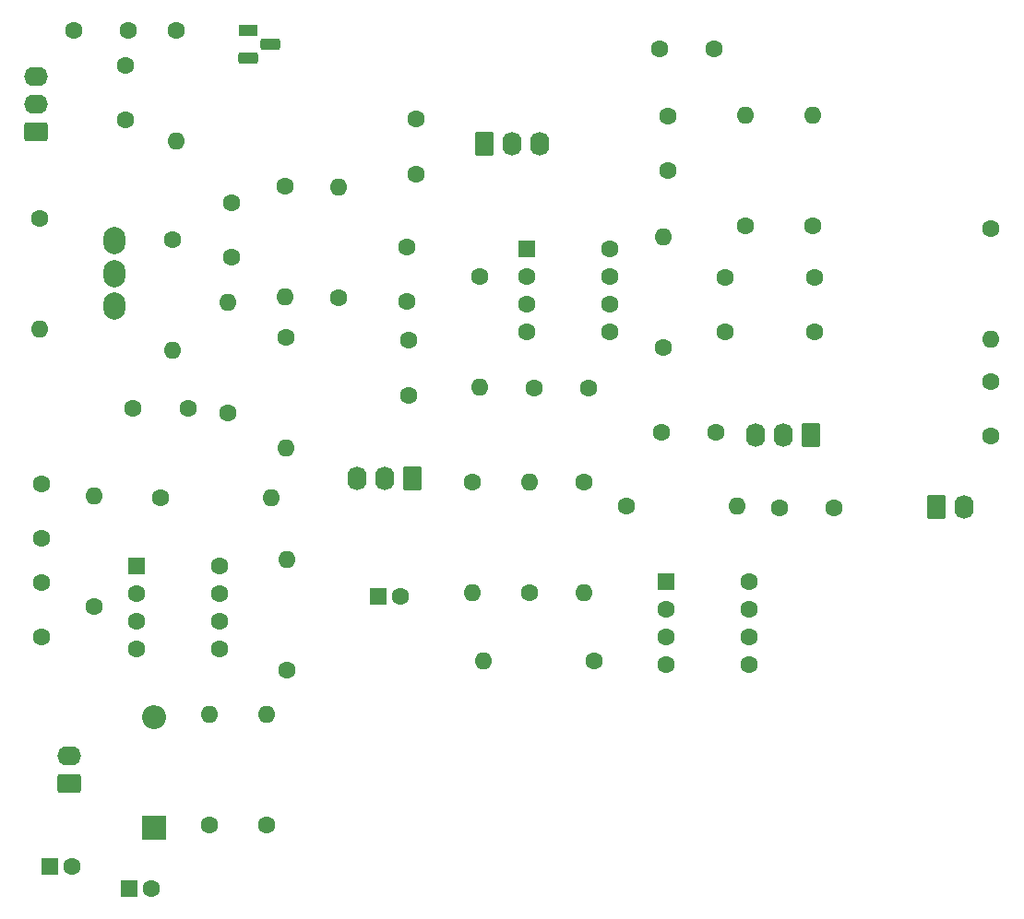
<source format=gbr>
%TF.GenerationSoftware,KiCad,Pcbnew,9.0.0*%
%TF.CreationDate,2025-09-11T11:48:58+01:00*%
%TF.ProjectId,GuitarMixer,47756974-6172-44d6-9978-65722e6b6963,rev?*%
%TF.SameCoordinates,Original*%
%TF.FileFunction,Soldermask,Bot*%
%TF.FilePolarity,Negative*%
%FSLAX46Y46*%
G04 Gerber Fmt 4.6, Leading zero omitted, Abs format (unit mm)*
G04 Created by KiCad (PCBNEW 9.0.0) date 2025-09-11 11:48:58*
%MOMM*%
%LPD*%
G01*
G04 APERTURE LIST*
G04 Aperture macros list*
%AMRoundRect*
0 Rectangle with rounded corners*
0 $1 Rounding radius*
0 $2 $3 $4 $5 $6 $7 $8 $9 X,Y pos of 4 corners*
0 Add a 4 corners polygon primitive as box body*
4,1,4,$2,$3,$4,$5,$6,$7,$8,$9,$2,$3,0*
0 Add four circle primitives for the rounded corners*
1,1,$1+$1,$2,$3*
1,1,$1+$1,$4,$5*
1,1,$1+$1,$6,$7*
1,1,$1+$1,$8,$9*
0 Add four rect primitives between the rounded corners*
20,1,$1+$1,$2,$3,$4,$5,0*
20,1,$1+$1,$4,$5,$6,$7,0*
20,1,$1+$1,$6,$7,$8,$9,0*
20,1,$1+$1,$8,$9,$2,$3,0*%
G04 Aperture macros list end*
%ADD10C,1.600000*%
%ADD11O,1.600000X1.600000*%
%ADD12R,1.800000X1.100000*%
%ADD13RoundRect,0.275000X-0.625000X0.275000X-0.625000X-0.275000X0.625000X-0.275000X0.625000X0.275000X0*%
%ADD14RoundRect,0.250000X-0.550000X-0.550000X0.550000X-0.550000X0.550000X0.550000X-0.550000X0.550000X0*%
%ADD15RoundRect,0.250000X0.620000X0.845000X-0.620000X0.845000X-0.620000X-0.845000X0.620000X-0.845000X0*%
%ADD16O,1.740000X2.190000*%
%ADD17RoundRect,0.250000X-0.620000X-0.845000X0.620000X-0.845000X0.620000X0.845000X-0.620000X0.845000X0*%
%ADD18RoundRect,0.250000X0.845000X-0.620000X0.845000X0.620000X-0.845000X0.620000X-0.845000X-0.620000X0*%
%ADD19O,2.190000X1.740000*%
%ADD20R,1.600000X1.600000*%
%ADD21O,2.000000X2.500000*%
%ADD22R,2.200000X2.200000*%
%ADD23O,2.200000X2.200000*%
G04 APERTURE END LIST*
D10*
%TO.C,RT4*%
X104220000Y-95500000D03*
D11*
X114380000Y-95500000D03*
%TD*%
D10*
%TO.C,CT3*%
X84940000Y-64980000D03*
X84940000Y-59980000D03*
%TD*%
%TO.C,CT5*%
X50600000Y-107500000D03*
X50600000Y-102500000D03*
%TD*%
D12*
%TO.C,Q1*%
X69500000Y-51800000D03*
D13*
X71570000Y-53070000D03*
X69500000Y-54340000D03*
%TD*%
D14*
%TO.C,U3*%
X107880000Y-102420000D03*
D10*
X107880000Y-104960000D03*
X107880000Y-107500000D03*
X107880000Y-110040000D03*
X115500000Y-110040000D03*
X115500000Y-107500000D03*
X115500000Y-104960000D03*
X115500000Y-102420000D03*
%TD*%
D15*
%TO.C,J6*%
X84600000Y-93000000D03*
D16*
X82060000Y-93000000D03*
X79520000Y-93000000D03*
%TD*%
D10*
%TO.C,R2*%
X50400000Y-69060000D03*
D11*
X50400000Y-79220000D03*
%TD*%
D14*
%TO.C,U2*%
X59300000Y-101000000D03*
D10*
X59300000Y-103540000D03*
X59300000Y-106080000D03*
X59300000Y-108620000D03*
X66920000Y-108620000D03*
X66920000Y-106080000D03*
X66920000Y-103540000D03*
X66920000Y-101000000D03*
%TD*%
%TO.C,R6*%
X67700000Y-86920000D03*
D11*
X67700000Y-76760000D03*
%TD*%
D17*
%TO.C,J5*%
X132730000Y-95620000D03*
D16*
X135270000Y-95620000D03*
%TD*%
D10*
%TO.C,R8*%
X71200000Y-124780000D03*
D11*
X71200000Y-114620000D03*
%TD*%
D10*
%TO.C,RT8*%
X100400000Y-93340000D03*
D11*
X100400000Y-103500000D03*
%TD*%
D10*
%TO.C,CT8*%
X112300000Y-53500000D03*
X107300000Y-53500000D03*
%TD*%
%TO.C,C1*%
X58300000Y-55040000D03*
X58300000Y-60040000D03*
%TD*%
%TO.C,R4*%
X72920000Y-66140000D03*
D11*
X72920000Y-76300000D03*
%TD*%
D18*
%TO.C,J4*%
X53100000Y-120960000D03*
D19*
X53100000Y-118420000D03*
%TD*%
D15*
%TO.C,J3*%
X121200000Y-88940000D03*
D16*
X118660000Y-88940000D03*
X116120000Y-88940000D03*
%TD*%
D10*
%TO.C,RT2*%
X90800000Y-74400000D03*
D11*
X90800000Y-84560000D03*
%TD*%
D10*
%TO.C,RT1*%
X77800000Y-76340000D03*
D11*
X77800000Y-66180000D03*
%TD*%
D10*
%TO.C,R10*%
X55400000Y-104700000D03*
D11*
X55400000Y-94540000D03*
%TD*%
D10*
%TO.C,R9*%
X66000000Y-124780000D03*
D11*
X66000000Y-114620000D03*
%TD*%
D10*
%TO.C,RT3*%
X73000000Y-80040000D03*
D11*
X73000000Y-90200000D03*
%TD*%
D10*
%TO.C,R1*%
X62900000Y-51840000D03*
D11*
X62900000Y-62000000D03*
%TD*%
D10*
%TO.C,RT5*%
X137700000Y-70040000D03*
D11*
X137700000Y-80200000D03*
%TD*%
D10*
%TO.C,R7*%
X121400000Y-69800000D03*
D11*
X121400000Y-59640000D03*
%TD*%
D10*
%TO.C,RT9*%
X95400000Y-103500000D03*
D11*
X95400000Y-93340000D03*
%TD*%
D18*
%TO.C,J1*%
X50100000Y-61120000D03*
D19*
X50100000Y-58580000D03*
X50100000Y-56040000D03*
%TD*%
D10*
%TO.C,CT6*%
X108100000Y-59700000D03*
X108100000Y-64700000D03*
%TD*%
D20*
%TO.C,C9*%
X81500000Y-103800000D03*
D10*
X83500000Y-103800000D03*
%TD*%
%TO.C,CT7*%
X121500000Y-79540000D03*
X121500000Y-74540000D03*
%TD*%
%TO.C,C3*%
X68000000Y-72640000D03*
X68000000Y-67640000D03*
%TD*%
%TO.C,CT11*%
X113300000Y-79540000D03*
X113300000Y-74540000D03*
%TD*%
%TO.C,CT9*%
X137700000Y-89100000D03*
X137700000Y-84100000D03*
%TD*%
%TO.C,R12*%
X61540000Y-94700000D03*
D11*
X71700000Y-94700000D03*
%TD*%
D10*
%TO.C,RT6*%
X107600000Y-80940000D03*
D11*
X107600000Y-70780000D03*
%TD*%
D10*
%TO.C,CT10*%
X50600000Y-98500000D03*
X50600000Y-93500000D03*
%TD*%
%TO.C,R5*%
X115200000Y-69800000D03*
D11*
X115200000Y-59640000D03*
%TD*%
D20*
%TO.C,C7*%
X51344888Y-128620000D03*
D10*
X53344888Y-128620000D03*
%TD*%
D20*
%TO.C,C8*%
X58644888Y-130620000D03*
D10*
X60644888Y-130620000D03*
%TD*%
%TO.C,C2*%
X53500000Y-51800000D03*
X58500000Y-51800000D03*
%TD*%
%TO.C,R11*%
X73100000Y-110580000D03*
D11*
X73100000Y-100420000D03*
%TD*%
D10*
%TO.C,RT7*%
X101280000Y-109700000D03*
D11*
X91120000Y-109700000D03*
%TD*%
D10*
%TO.C,CT1*%
X84100000Y-71700000D03*
X84100000Y-76700000D03*
%TD*%
%TO.C,C6*%
X107500000Y-88700000D03*
X112500000Y-88700000D03*
%TD*%
%TO.C,CT2*%
X84300000Y-85300000D03*
X84300000Y-80300000D03*
%TD*%
D14*
%TO.C,U1*%
X95100000Y-71900000D03*
D10*
X95100000Y-74440000D03*
X95100000Y-76980000D03*
X95100000Y-79520000D03*
X102720000Y-79520000D03*
X102720000Y-76980000D03*
X102720000Y-74440000D03*
X102720000Y-71900000D03*
%TD*%
D21*
%TO.C,SW1*%
X57300000Y-77140000D03*
X57300000Y-74140000D03*
X57300000Y-71140000D03*
%TD*%
D10*
%TO.C,CT4*%
X118300000Y-95700000D03*
X123300000Y-95700000D03*
%TD*%
D17*
%TO.C,J2*%
X91200000Y-62200000D03*
D16*
X93740000Y-62200000D03*
X96280000Y-62200000D03*
%TD*%
D10*
%TO.C,C5*%
X95800000Y-84700000D03*
X100800000Y-84700000D03*
%TD*%
%TO.C,R13*%
X90100000Y-93340000D03*
D11*
X90100000Y-103500000D03*
%TD*%
D10*
%TO.C,C4*%
X59000000Y-86540000D03*
X64000000Y-86540000D03*
%TD*%
%TO.C,R3*%
X62600000Y-71040000D03*
D11*
X62600000Y-81200000D03*
%TD*%
D22*
%TO.C,D1*%
X60900000Y-125080000D03*
D23*
X60900000Y-114920000D03*
%TD*%
M02*

</source>
